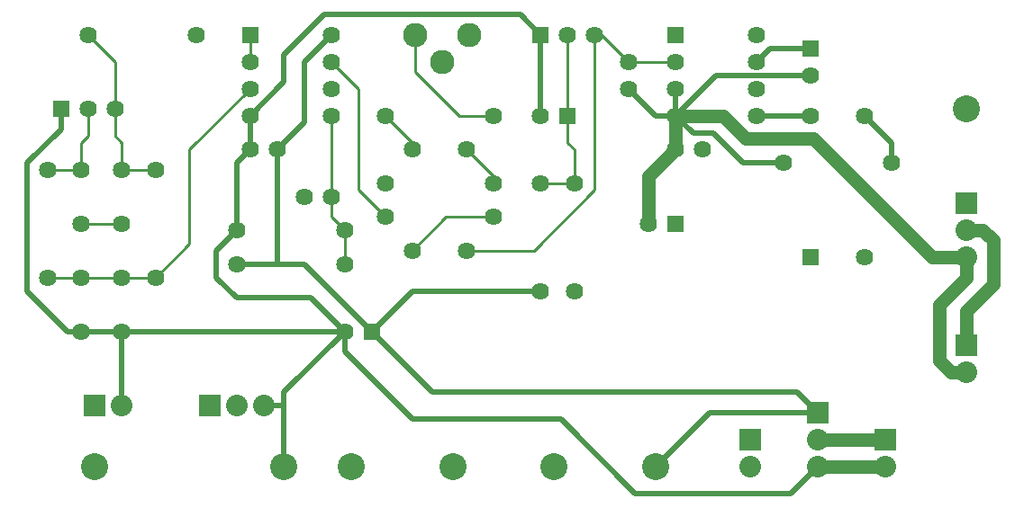
<source format=gbr>
G04 #@! TF.GenerationSoftware,KiCad,Pcbnew,(5.1.6)-1*
G04 #@! TF.CreationDate,2020-09-01T21:18:44-04:00*
G04 #@! TF.ProjectId,Twin-T_Code_Practice_Oscillator,5477696e-2d54-45f4-936f-64655f507261,A*
G04 #@! TF.SameCoordinates,Original*
G04 #@! TF.FileFunction,Copper,L2,Bot*
G04 #@! TF.FilePolarity,Positive*
%FSLAX46Y46*%
G04 Gerber Fmt 4.6, Leading zero omitted, Abs format (unit mm)*
G04 Created by KiCad (PCBNEW (5.1.6)-1) date 2020-09-01 21:18:44*
%MOMM*%
%LPD*%
G01*
G04 APERTURE LIST*
G04 #@! TA.AperFunction,ComponentPad*
%ADD10C,2.032000*%
G04 #@! TD*
G04 #@! TA.AperFunction,ComponentPad*
%ADD11R,2.032000X2.032000*%
G04 #@! TD*
G04 #@! TA.AperFunction,ComponentPad*
%ADD12R,1.625600X1.625600*%
G04 #@! TD*
G04 #@! TA.AperFunction,ComponentPad*
%ADD13C,1.625600*%
G04 #@! TD*
G04 #@! TA.AperFunction,ComponentPad*
%ADD14C,2.540000*%
G04 #@! TD*
G04 #@! TA.AperFunction,ComponentPad*
%ADD15C,2.286000*%
G04 #@! TD*
G04 #@! TA.AperFunction,Conductor*
%ADD16C,1.270000*%
G04 #@! TD*
G04 #@! TA.AperFunction,Conductor*
%ADD17C,0.508000*%
G04 #@! TD*
G04 #@! TA.AperFunction,Conductor*
%ADD18C,0.254000*%
G04 #@! TD*
G04 APERTURE END LIST*
D10*
X128270000Y-66675000D03*
X125730000Y-66675000D03*
D11*
X123190000Y-66675000D03*
D10*
X194310000Y-52705000D03*
X194310000Y-50165000D03*
D11*
X194310000Y-47625000D03*
D10*
X180340000Y-72390000D03*
X180340000Y-69850000D03*
D11*
X180340000Y-67310000D03*
D10*
X114935000Y-66675000D03*
D11*
X112395000Y-66675000D03*
D10*
X194310000Y-63500000D03*
D11*
X194310000Y-60960000D03*
X173990000Y-69850000D03*
D10*
X173990000Y-72390000D03*
D11*
X186690000Y-69850000D03*
D10*
X186690000Y-72390000D03*
D12*
X179705000Y-33020000D03*
D13*
X179705000Y-35560000D03*
X134620000Y-46990000D03*
X132080000Y-46990000D03*
D14*
X155575000Y-72390000D03*
D12*
X167005000Y-31750000D03*
D13*
X174625000Y-39370000D03*
X167005000Y-34290000D03*
X174625000Y-36830000D03*
X167005000Y-36830000D03*
X174625000Y-34290000D03*
X167005000Y-39370000D03*
X174625000Y-31750000D03*
D12*
X127000000Y-31750000D03*
D13*
X134620000Y-39370000D03*
X127000000Y-34290000D03*
X134620000Y-36830000D03*
X127000000Y-36830000D03*
X134620000Y-34290000D03*
X127000000Y-39370000D03*
X134620000Y-31750000D03*
X162560000Y-34290000D03*
X162560000Y-36830000D03*
D12*
X179705000Y-52705000D03*
D13*
X184785000Y-52705000D03*
D14*
X112395000Y-72390000D03*
X130175000Y-72390000D03*
X165100000Y-72390000D03*
X194310000Y-38735000D03*
X146050000Y-72390000D03*
X136525000Y-72390000D03*
D13*
X154305000Y-39370000D03*
D12*
X156845000Y-39370000D03*
D13*
X184785000Y-39370000D03*
X179705000Y-39370000D03*
X147320000Y-52070000D03*
X142240000Y-52070000D03*
X142240000Y-42545000D03*
X147320000Y-42545000D03*
X114935000Y-59690000D03*
X114935000Y-54610000D03*
X111125000Y-59690000D03*
X111125000Y-54610000D03*
X114935000Y-44450000D03*
X114935000Y-49530000D03*
X111125000Y-49530000D03*
X111125000Y-44450000D03*
X169545000Y-42545000D03*
X167005000Y-42545000D03*
X129540000Y-42545000D03*
X127000000Y-42545000D03*
D15*
X147637500Y-31750000D03*
X145097500Y-34290000D03*
X142557500Y-31750000D03*
D13*
X149860000Y-39370000D03*
X139700000Y-39370000D03*
X177165000Y-43815000D03*
X187325000Y-43815000D03*
X157480000Y-55880000D03*
X157480000Y-45720000D03*
X154305000Y-45720000D03*
X154305000Y-55880000D03*
X149860000Y-48895000D03*
X139700000Y-48895000D03*
X125730000Y-50165000D03*
X135890000Y-50165000D03*
X135890000Y-53340000D03*
X125730000Y-53340000D03*
X149860000Y-45720000D03*
X139700000Y-45720000D03*
X118110000Y-44450000D03*
X118110000Y-54610000D03*
X107950000Y-54610000D03*
X107950000Y-44450000D03*
X121920000Y-31750000D03*
X111760000Y-31750000D03*
X135890000Y-59690000D03*
D12*
X138430000Y-59690000D03*
D13*
X164465000Y-49530000D03*
D12*
X167005000Y-49530000D03*
X154305000Y-31750000D03*
D13*
X156845000Y-31750000D03*
X159385000Y-31750000D03*
X114300000Y-38735000D03*
X111760000Y-38735000D03*
D12*
X109220000Y-38735000D03*
D16*
X167005000Y-39370000D02*
X167005000Y-42545000D01*
X194310000Y-52705000D02*
X194310000Y-54610000D01*
X194310000Y-54610000D02*
X191770000Y-57150000D01*
X191770000Y-62396840D02*
X192873160Y-63500000D01*
X191770000Y-57150000D02*
X191770000Y-62396840D01*
X192873160Y-63500000D02*
X194310000Y-63500000D01*
D17*
X127000000Y-42545000D02*
X127000000Y-39370000D01*
X110490000Y-59690000D02*
X111125000Y-59690000D01*
X128270000Y-66675000D02*
X130175000Y-66675000D01*
X130175000Y-72390000D02*
X130175000Y-66675000D01*
X114935000Y-59690000D02*
X111125000Y-59690000D01*
X106045000Y-55880000D02*
X106045000Y-43815000D01*
X111125000Y-59690000D02*
X109855000Y-59690000D01*
X106045000Y-43815000D02*
X109220000Y-40640000D01*
X109855000Y-59690000D02*
X106045000Y-55880000D01*
X154305000Y-39370000D02*
X154305000Y-31750000D01*
D16*
X164465000Y-49530000D02*
X164465000Y-45085000D01*
X167005000Y-42545000D02*
X164465000Y-45085000D01*
D17*
X130175000Y-65405000D02*
X130175000Y-66675000D01*
X135890000Y-59690000D02*
X130175000Y-65405000D01*
X114935000Y-66675000D02*
X114935000Y-59690000D01*
X114935000Y-59690000D02*
X135890000Y-59690000D01*
X152400000Y-29845000D02*
X154305000Y-31750000D01*
X130175000Y-33655000D02*
X133985000Y-29845000D01*
X127000000Y-39370000D02*
X130175000Y-36195000D01*
X133985000Y-29845000D02*
X152400000Y-29845000D01*
X130175000Y-36195000D02*
X130175000Y-33655000D01*
X109220000Y-38735000D02*
X109220000Y-40640000D01*
X127000000Y-42545000D02*
X125730000Y-43815000D01*
X125730000Y-43815000D02*
X125730000Y-50165000D01*
D16*
X180340000Y-72390000D02*
X186690000Y-72390000D01*
D17*
X132715000Y-56515000D02*
X135890000Y-59690000D01*
X125730000Y-56515000D02*
X132715000Y-56515000D01*
X123825000Y-54610000D02*
X125730000Y-56515000D01*
X125730000Y-50165000D02*
X123825000Y-52070000D01*
X123825000Y-52070000D02*
X123825000Y-54610000D01*
X135890000Y-61595000D02*
X135890000Y-59690000D01*
X156210000Y-67945000D02*
X142240000Y-67945000D01*
X180340000Y-72390000D02*
X177800000Y-74930000D01*
X177800000Y-74930000D02*
X163195000Y-74930000D01*
X142240000Y-67945000D02*
X135890000Y-61595000D01*
X163195000Y-74930000D02*
X156210000Y-67945000D01*
X167005000Y-39370000D02*
X170815000Y-35560000D01*
X170561000Y-41021000D02*
X173355000Y-43815000D01*
X173355000Y-43815000D02*
X177165000Y-43815000D01*
X167005000Y-39370000D02*
X168656000Y-41021000D01*
X168656000Y-41021000D02*
X170561000Y-41021000D01*
D16*
X171450000Y-39370000D02*
X167005000Y-39370000D01*
X179959000Y-41529000D02*
X173609000Y-41529000D01*
X194310000Y-52705000D02*
X191135000Y-52705000D01*
X173609000Y-41529000D02*
X171450000Y-39370000D01*
X191135000Y-52705000D02*
X179959000Y-41529000D01*
D17*
X170815000Y-35560000D02*
X179705000Y-35560000D01*
X167005000Y-39370000D02*
X167005000Y-36830000D01*
X162560000Y-36830000D02*
X165100000Y-39370000D01*
X165100000Y-39370000D02*
X167005000Y-39370000D01*
X170180000Y-67310000D02*
X180340000Y-67310000D01*
X165100000Y-72390000D02*
X170180000Y-67310000D01*
X178435000Y-65405000D02*
X180340000Y-67310000D01*
X144145000Y-65405000D02*
X178435000Y-65405000D01*
X138430000Y-59690000D02*
X144145000Y-65405000D01*
X154305000Y-55880000D02*
X142240000Y-55880000D01*
X142240000Y-55880000D02*
X138430000Y-59690000D01*
X132080000Y-34290000D02*
X134620000Y-31750000D01*
X129540000Y-42545000D02*
X132080000Y-40005000D01*
X132080000Y-40005000D02*
X132080000Y-34290000D01*
X132080000Y-53340000D02*
X138430000Y-59690000D01*
X129540000Y-42545000D02*
X129540000Y-53340000D01*
X125730000Y-53340000D02*
X129540000Y-53340000D01*
X129540000Y-53340000D02*
X132080000Y-53340000D01*
D18*
X107950000Y-44450000D02*
X111125000Y-44450000D01*
X111760000Y-38735000D02*
X111760000Y-41275000D01*
X111760000Y-41275000D02*
X111125000Y-41910000D01*
X111125000Y-41910000D02*
X111125000Y-44450000D01*
X111205000Y-49450000D02*
X111125000Y-49530000D01*
X111125000Y-49530000D02*
X114935000Y-49530000D01*
X118110000Y-44450000D02*
X114935000Y-44450000D01*
X114300000Y-38735000D02*
X114300000Y-41275000D01*
X114935000Y-41910000D02*
X114935000Y-44450000D01*
X114300000Y-41275000D02*
X114935000Y-41910000D01*
X114300000Y-38735000D02*
X114300000Y-34290000D01*
X114300000Y-34290000D02*
X111760000Y-31750000D01*
X147320000Y-42545000D02*
X149860000Y-45085000D01*
X149860000Y-45085000D02*
X149860000Y-45720000D01*
X139700000Y-39370000D02*
X142240000Y-41910000D01*
X142240000Y-41910000D02*
X142240000Y-42545000D01*
X134620000Y-39370000D02*
X134620000Y-46990000D01*
X134620000Y-46990000D02*
X134620000Y-48895000D01*
X134620000Y-48895000D02*
X135890000Y-50165000D01*
X135890000Y-50165000D02*
X135890000Y-53340000D01*
D17*
X179705000Y-33020000D02*
X175895000Y-33020000D01*
X175895000Y-33020000D02*
X174625000Y-34290000D01*
D16*
X180340000Y-69850000D02*
X186690000Y-69850000D01*
D18*
X137160000Y-46355000D02*
X139700000Y-48895000D01*
X134620000Y-34290000D02*
X137160000Y-36830000D01*
X137160000Y-36830000D02*
X137160000Y-46355000D01*
D16*
X194310000Y-57785000D02*
X194310000Y-60960000D01*
X196850000Y-51117500D02*
X196850000Y-55245000D01*
X194310000Y-50165000D02*
X195897500Y-50165000D01*
X196850000Y-55245000D02*
X194310000Y-57785000D01*
X195897500Y-50165000D02*
X196850000Y-51117500D01*
D18*
X142557500Y-35242500D02*
X142557500Y-31750000D01*
X149860000Y-39370000D02*
X146685000Y-39370000D01*
X146685000Y-39370000D02*
X142557500Y-35242500D01*
D17*
X174625000Y-39370000D02*
X179705000Y-39370000D01*
D18*
X149860000Y-48895000D02*
X145415000Y-48895000D01*
X145415000Y-48895000D02*
X142240000Y-52070000D01*
D17*
X187325000Y-41910000D02*
X187325000Y-43815000D01*
X184785000Y-39370000D02*
X187325000Y-41910000D01*
D18*
X118110000Y-54610000D02*
X114935000Y-54610000D01*
X114935000Y-54610000D02*
X107950000Y-54610000D01*
X121285000Y-42545000D02*
X127000000Y-36830000D01*
X118110000Y-54610000D02*
X121285000Y-51435000D01*
X121285000Y-51435000D02*
X121285000Y-42545000D01*
X159385000Y-31750000D02*
X159385000Y-36830000D01*
X159385000Y-46355000D02*
X159385000Y-36910000D01*
X153670000Y-52070000D02*
X159385000Y-46355000D01*
X147320000Y-52070000D02*
X153670000Y-52070000D01*
X167005000Y-34290000D02*
X162560000Y-34290000D01*
X162560000Y-34290000D02*
X160020000Y-31750000D01*
X160020000Y-31750000D02*
X159385000Y-31750000D01*
X157480000Y-45720000D02*
X154305000Y-45720000D01*
X157480000Y-45720000D02*
X157480000Y-42545000D01*
X156845000Y-31750000D02*
X156845000Y-39370000D01*
X156845000Y-41910000D02*
X157480000Y-42545000D01*
X156845000Y-39370000D02*
X156845000Y-41910000D01*
X127000000Y-34290000D02*
X127000000Y-31750000D01*
M02*

</source>
